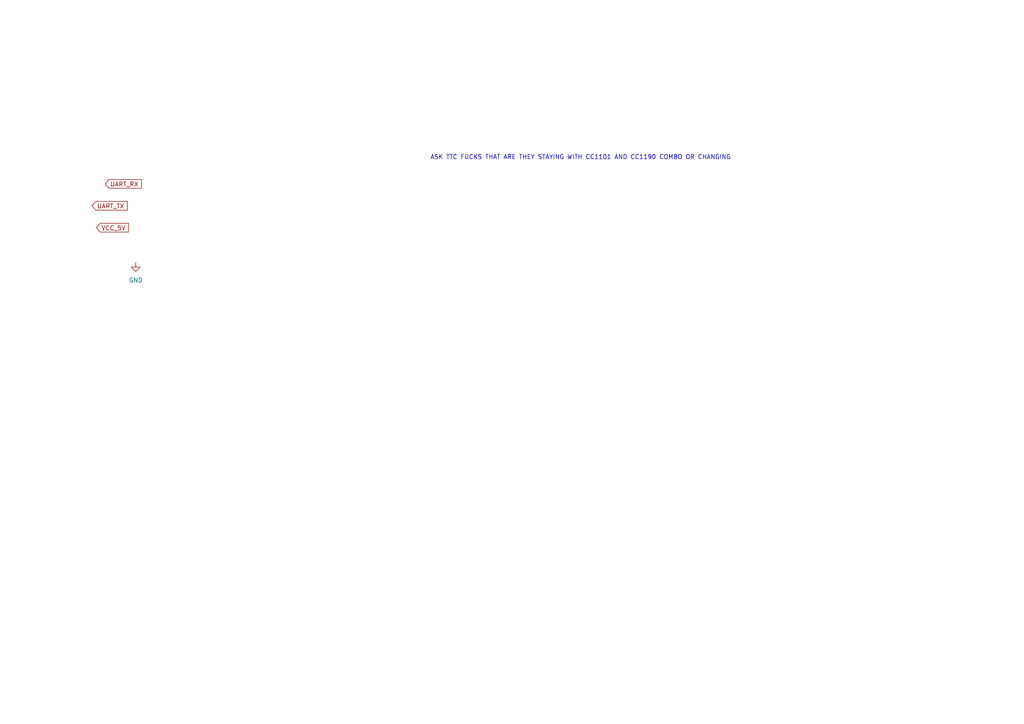
<source format=kicad_sch>
(kicad_sch (version 20231120) (generator "eeschema") (generator_version "8.0")
  (paper "A4")
  (lib_symbols
    (symbol "power:GND" (power) (pin_numbers hide) (pin_names (offset 0) hide)
      (property "Value" "GND" (at 0 -3.81 0))
      (symbol "GND_0_1"
        (polyline (pts (xy 0 0) (xy 0 -1.27) (xy 1.27 -1.27) (xy 0 -2.54) (xy -1.27 -1.27) (xy 0 -1.27)))
      )
      (symbol "GND_1_1"
        (pin power_in line (at 0 0 270) (length 0) (name "~") (number "1"))
      )
    )
  )
  (text "ASK TTC FUCKS THAT ARE THEY STAYING WITH CC1101 AND CC1190 COMBO OR CHANGING\n" (at 168.402 45.72 0) (effects (font (size 1.27 1.27))))
  (global_label "VCC_5V" (shape input) (at 27.94 66.04 0) (property "Intersheetrefs" "${INTERSHEET_REFS}" (effects (hide yes))))
  (global_label "UART_RX" (shape input) (at 30.48 53.34 0) (property "Intersheetrefs" "${INTERSHEET_REFS}" (effects (hide yes))))
  (global_label "UART_TX" (shape input) (at 26.67 59.69 0) (property "Intersheetrefs" "${INTERSHEET_REFS}" (effects (hide yes))))
  (symbol (lib_id "power:GND") (at 39.37 76.2 0) (unit 1)
    (property "Reference" "#PWR010" (effects (hide yes)))
    (property "Value" "GND" (at 39.37 81.28 0))
    (property "Description" "Power symbol creates a global label with name \"GND\" , ground" (effects (hide yes)))
  )
)
</source>
